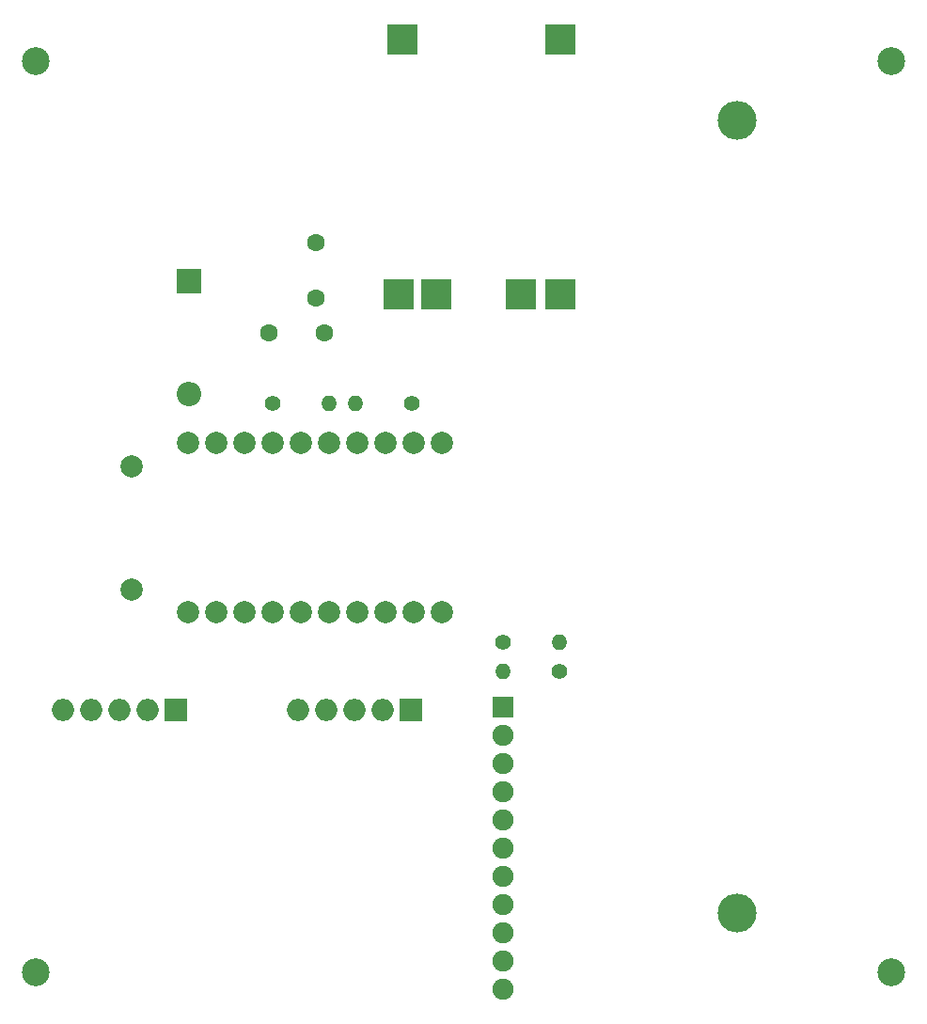
<source format=gbs>
%TF.GenerationSoftware,KiCad,Pcbnew,(6.0.9)*%
%TF.CreationDate,2023-01-27T22:09:13+02:00*%
%TF.ProjectId,Schematics,53636865-6d61-4746-9963-732e6b696361,rev?*%
%TF.SameCoordinates,Original*%
%TF.FileFunction,Soldermask,Bot*%
%TF.FilePolarity,Negative*%
%FSLAX46Y46*%
G04 Gerber Fmt 4.6, Leading zero omitted, Abs format (unit mm)*
G04 Created by KiCad (PCBNEW (6.0.9)) date 2023-01-27 22:09:13*
%MOMM*%
%LPD*%
G01*
G04 APERTURE LIST*
%ADD10O,3.500000X3.500000*%
%ADD11C,2.500000*%
%ADD12C,1.600000*%
%ADD13R,1.900000X1.900000*%
%ADD14C,1.900000*%
%ADD15R,2.000000X2.000000*%
%ADD16O,2.000000X2.000000*%
%ADD17C,1.400000*%
%ADD18O,1.400000X1.400000*%
%ADD19C,2.000000*%
%ADD20R,2.800000X2.800000*%
%ADD21R,2.200000X2.200000*%
%ADD22O,2.200000X2.200000*%
G04 APERTURE END LIST*
D10*
%TO.C,BT1*%
X167050000Y-140550000D03*
X167050000Y-69150000D03*
%TD*%
D11*
%TO.C,H4*%
X103902000Y-145854000D03*
%TD*%
%TO.C,H1*%
X103902000Y-63854000D03*
%TD*%
D12*
%TO.C,C2*%
X124890000Y-88300000D03*
X129890000Y-88300000D03*
%TD*%
D13*
%TO.C,U6*%
X145945000Y-121992000D03*
D14*
X145945000Y-124532000D03*
X145945000Y-127072000D03*
X145945000Y-129612000D03*
X145945000Y-132152000D03*
X145945000Y-134692000D03*
X145945000Y-137232000D03*
X145945000Y-139772000D03*
X145945000Y-142312000D03*
X145945000Y-144852000D03*
X145945000Y-147392000D03*
%TD*%
D15*
%TO.C,U2*%
X137652000Y-122289500D03*
D16*
X135112000Y-122289500D03*
X132572000Y-122289500D03*
X130032000Y-122289500D03*
X127492000Y-122289500D03*
%TD*%
D11*
%TO.C,H3*%
X180902000Y-145854000D03*
%TD*%
D17*
%TO.C,R2*%
X151030000Y-118800000D03*
D18*
X145950000Y-118800000D03*
%TD*%
D11*
%TO.C,H2*%
X180902000Y-63854000D03*
%TD*%
D17*
%TO.C,R4*%
X137730000Y-94650000D03*
D18*
X132650000Y-94650000D03*
%TD*%
D17*
%TO.C,R3*%
X125250000Y-94650000D03*
D18*
X130330000Y-94650000D03*
%TD*%
D19*
%TO.C,U5*%
X130335000Y-98234000D03*
X135415000Y-113474000D03*
X137955000Y-113474000D03*
X117635000Y-113474000D03*
X120175000Y-113474000D03*
X122715000Y-113474000D03*
X125255000Y-113474000D03*
X127795000Y-113474000D03*
X130335000Y-113474000D03*
X127795000Y-98234000D03*
X125255000Y-98234000D03*
X132875000Y-113474000D03*
X137955000Y-98234000D03*
X135415000Y-98234000D03*
X132875000Y-98234000D03*
X140495000Y-113474000D03*
X140495000Y-98234000D03*
X122715000Y-98234000D03*
X120175000Y-98234000D03*
X112555000Y-100294000D03*
X112555000Y-111414000D03*
X117635000Y-98234000D03*
%TD*%
D15*
%TO.C,U3*%
X116520000Y-122250000D03*
D16*
X113980000Y-122250000D03*
X111440000Y-122250000D03*
X108900000Y-122250000D03*
X106360000Y-122250000D03*
%TD*%
D20*
%TO.C,U1*%
X151090000Y-61900000D03*
X136890000Y-61900000D03*
X151090000Y-84800000D03*
X147590000Y-84800000D03*
X139990000Y-84800000D03*
X136590000Y-84800000D03*
%TD*%
D12*
%TO.C,C1*%
X129090000Y-85200000D03*
X129090000Y-80200000D03*
%TD*%
D17*
%TO.C,R1*%
X145950000Y-116200000D03*
D18*
X151030000Y-116200000D03*
%TD*%
D21*
%TO.C,D1*%
X117690000Y-83620000D03*
D22*
X117690000Y-93780000D03*
%TD*%
M02*

</source>
